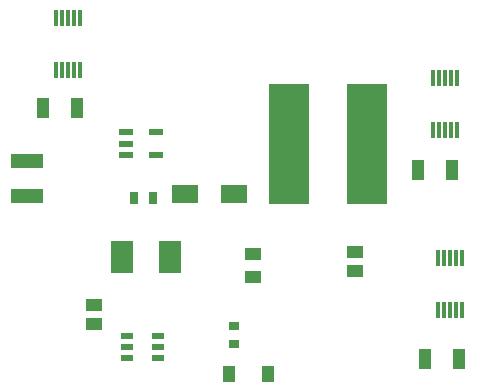
<source format=gbr>
%TF.GenerationSoftware,KiCad,Pcbnew,(6.0.11)*%
%TF.CreationDate,2023-02-13T21:25:58+05:30*%
%TF.ProjectId,1,312e6b69-6361-4645-9f70-636258585858,rev?*%
%TF.SameCoordinates,Original*%
%TF.FileFunction,Paste,Top*%
%TF.FilePolarity,Positive*%
%FSLAX46Y46*%
G04 Gerber Fmt 4.6, Leading zero omitted, Abs format (unit mm)*
G04 Created by KiCad (PCBNEW (6.0.11)) date 2023-02-13 21:25:58*
%MOMM*%
%LPD*%
G01*
G04 APERTURE LIST*
%ADD10R,3.505200X10.210800*%
%ADD11R,1.100000X1.350000*%
%ADD12R,1.117600X1.752600*%
%ADD13R,1.400000X1.000000*%
%ADD14R,1.050000X0.550000*%
%ADD15R,0.800000X1.000000*%
%ADD16R,0.300000X1.425000*%
%ADD17R,2.200000X1.550000*%
%ADD18R,1.200000X0.600000*%
%ADD19R,1.470000X1.020000*%
%ADD20R,0.812800X0.762000*%
%ADD21R,2.700000X1.150000*%
%ADD22R,1.981200X2.794000*%
G04 APERTURE END LIST*
D10*
%TO.C,L2*%
X159258000Y-82167500D03*
X165862000Y-82167500D03*
%TD*%
D11*
%TO.C,C2*%
X154230000Y-101600000D03*
X157530000Y-101600000D03*
%TD*%
D12*
%TO.C,R6*%
X170186800Y-84346400D03*
X173133200Y-84346400D03*
%TD*%
%TO.C,R5*%
X138426800Y-79068000D03*
X141373200Y-79068000D03*
%TD*%
D13*
%TO.C,R1*%
X156210000Y-93382800D03*
X156210000Y-91482800D03*
%TD*%
D14*
%TO.C,Boost_IC1*%
X145601000Y-98385000D03*
X145601000Y-99335000D03*
X145601000Y-100285000D03*
X148201000Y-100285000D03*
X148201000Y-99335000D03*
X148201000Y-98385000D03*
%TD*%
D15*
%TO.C,R3*%
X146200000Y-86700000D03*
X147800000Y-86700000D03*
%TD*%
D16*
%TO.C,U2*%
X171490000Y-80952000D03*
X171990000Y-80952000D03*
X172490000Y-80952000D03*
X172990000Y-80952000D03*
X173490000Y-80952000D03*
X173490000Y-76528000D03*
X172990000Y-76528000D03*
X172490000Y-76528000D03*
X171990000Y-76528000D03*
X171490000Y-76528000D03*
%TD*%
D17*
%TO.C,D1*%
X154600000Y-86360000D03*
X150500000Y-86360000D03*
%TD*%
D12*
%TO.C,R7*%
X170776800Y-100325000D03*
X173723200Y-100325000D03*
%TD*%
D18*
%TO.C,Buck_IC1*%
X145525000Y-81170000D03*
X145525000Y-82120000D03*
X145525000Y-83070000D03*
X148025000Y-83070000D03*
X148025000Y-81170000D03*
%TD*%
D16*
%TO.C,U3*%
X171950000Y-96192000D03*
X172450000Y-96192000D03*
X172950000Y-96192000D03*
X173450000Y-96192000D03*
X173950000Y-96192000D03*
X173950000Y-91768000D03*
X173450000Y-91768000D03*
X172950000Y-91768000D03*
X172450000Y-91768000D03*
X171950000Y-91768000D03*
%TD*%
D19*
%TO.C,C4*%
X164900000Y-91290000D03*
X164900000Y-92910000D03*
%TD*%
D16*
%TO.C,U1*%
X139609000Y-75872000D03*
X140109000Y-75872000D03*
X140609000Y-75872000D03*
X141109000Y-75872000D03*
X141609000Y-75872000D03*
X141609000Y-71448000D03*
X141109000Y-71448000D03*
X140609000Y-71448000D03*
X140109000Y-71448000D03*
X139609000Y-71448000D03*
%TD*%
D20*
%TO.C,R2*%
X154630200Y-99093700D03*
X154630200Y-97544300D03*
%TD*%
D19*
%TO.C,C1*%
X142800000Y-95790000D03*
X142800000Y-97410000D03*
%TD*%
D21*
%TO.C,C3*%
X137140000Y-86570000D03*
X137140000Y-83570000D03*
%TD*%
D22*
%TO.C,L1*%
X145118000Y-91715000D03*
X149182000Y-91715000D03*
%TD*%
M02*

</source>
